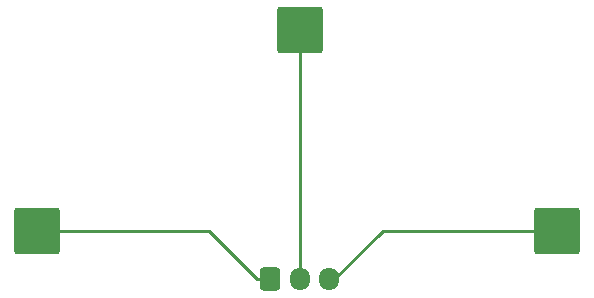
<source format=gbr>
%TF.GenerationSoftware,KiCad,Pcbnew,(7.0.0-0)*%
%TF.CreationDate,2023-11-03T17:37:49+01:00*%
%TF.ProjectId,ExternalAdapter,45787465-726e-4616-9c41-646170746572,1.0*%
%TF.SameCoordinates,Original*%
%TF.FileFunction,Copper,L2,Bot*%
%TF.FilePolarity,Positive*%
%FSLAX46Y46*%
G04 Gerber Fmt 4.6, Leading zero omitted, Abs format (unit mm)*
G04 Created by KiCad (PCBNEW (7.0.0-0)) date 2023-11-03 17:37:49*
%MOMM*%
%LPD*%
G01*
G04 APERTURE LIST*
G04 Aperture macros list*
%AMRoundRect*
0 Rectangle with rounded corners*
0 $1 Rounding radius*
0 $2 $3 $4 $5 $6 $7 $8 $9 X,Y pos of 4 corners*
0 Add a 4 corners polygon primitive as box body*
4,1,4,$2,$3,$4,$5,$6,$7,$8,$9,$2,$3,0*
0 Add four circle primitives for the rounded corners*
1,1,$1+$1,$2,$3*
1,1,$1+$1,$4,$5*
1,1,$1+$1,$6,$7*
1,1,$1+$1,$8,$9*
0 Add four rect primitives between the rounded corners*
20,1,$1+$1,$2,$3,$4,$5,0*
20,1,$1+$1,$4,$5,$6,$7,0*
20,1,$1+$1,$6,$7,$8,$9,0*
20,1,$1+$1,$8,$9,$2,$3,0*%
G04 Aperture macros list end*
%TA.AperFunction,ComponentPad*%
%ADD10RoundRect,0.250002X-1.699998X1.699998X-1.699998X-1.699998X1.699998X-1.699998X1.699998X1.699998X0*%
%TD*%
%TA.AperFunction,ComponentPad*%
%ADD11RoundRect,0.250000X-0.600000X-0.725000X0.600000X-0.725000X0.600000X0.725000X-0.600000X0.725000X0*%
%TD*%
%TA.AperFunction,ComponentPad*%
%ADD12O,1.700000X1.950000*%
%TD*%
%TA.AperFunction,Conductor*%
%ADD13C,0.250000*%
%TD*%
G04 APERTURE END LIST*
D10*
%TO.P,J4,1,Pin_1*%
%TO.N,Net-(J1-Pin_1)*%
X44494250Y-68054000D03*
%TD*%
D11*
%TO.P,J1,1,Pin_1*%
%TO.N,Net-(J1-Pin_1)*%
X64238750Y-72159750D03*
D12*
%TO.P,J1,2,Pin_2*%
%TO.N,Net-(J1-Pin_2)*%
X66738749Y-72159749D03*
%TO.P,J1,3,Pin_3*%
%TO.N,Net-(J1-Pin_3)*%
X69238749Y-72159749D03*
%TD*%
D10*
%TO.P,J3,1,Pin_1*%
%TO.N,Net-(J1-Pin_2)*%
X66738750Y-51054000D03*
%TD*%
%TO.P,J2,1,Pin_1*%
%TO.N,Net-(J1-Pin_3)*%
X88494250Y-68054000D03*
%TD*%
D13*
%TO.N,Net-(J1-Pin_1)*%
X59037000Y-68054000D02*
X63142750Y-72159750D01*
X63142750Y-72159750D02*
X64238750Y-72159750D01*
X44494250Y-68054000D02*
X59037000Y-68054000D01*
%TO.N,Net-(J1-Pin_2)*%
X66738750Y-72159750D02*
X66738750Y-51054000D01*
%TO.N,Net-(J1-Pin_3)*%
X73765000Y-68054000D02*
X69659250Y-72159750D01*
X88494250Y-68054000D02*
X73765000Y-68054000D01*
X69659250Y-72159750D02*
X69238750Y-72159750D01*
%TD*%
M02*

</source>
